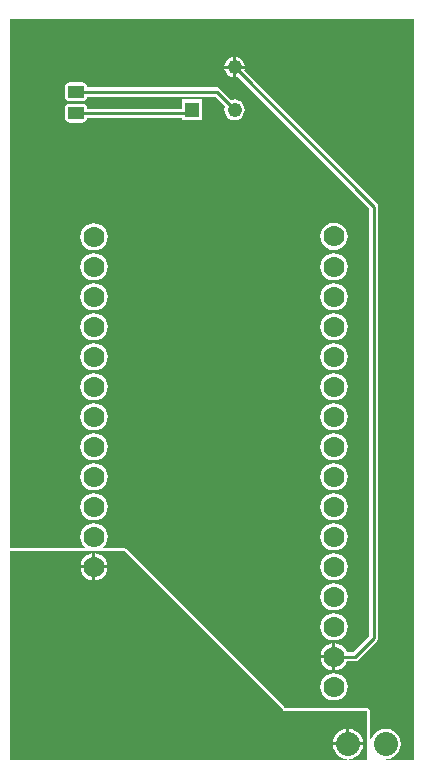
<source format=gtl>
G04*
G04 #@! TF.GenerationSoftware,Altium Limited,Altium Designer,19.1.8 (144)*
G04*
G04 Layer_Physical_Order=1*
G04 Layer_Color=255*
%FSLAX25Y25*%
%MOIN*%
G70*
G01*
G75*
%ADD10C,0.01000*%
G04:AMPARAMS|DCode=11|XSize=55mil|YSize=43mil|CornerRadius=7.96mil|HoleSize=0mil|Usage=FLASHONLY|Rotation=180.000|XOffset=0mil|YOffset=0mil|HoleType=Round|Shape=RoundedRectangle|*
%AMROUNDEDRECTD11*
21,1,0.05500,0.02709,0,0,180.0*
21,1,0.03909,0.04300,0,0,180.0*
1,1,0.01591,-0.01955,0.01355*
1,1,0.01591,0.01955,0.01355*
1,1,0.01591,0.01955,-0.01355*
1,1,0.01591,-0.01955,-0.01355*
%
%ADD11ROUNDEDRECTD11*%
%ADD17C,0.08000*%
%ADD18R,0.04795X0.04795*%
%ADD19C,0.04795*%
%ADD20C,0.07000*%
G36*
X234252Y100787D02*
X225074D01*
X225041Y101287D01*
X226108Y101428D01*
X227325Y101932D01*
X228369Y102733D01*
X229171Y103778D01*
X229675Y104994D01*
X229846Y106299D01*
X229675Y107605D01*
X229171Y108821D01*
X228369Y109865D01*
X227325Y110667D01*
X226108Y111170D01*
X224803Y111342D01*
X223498Y111170D01*
X222282Y110667D01*
X221237Y109865D01*
X220436Y108821D01*
X220023Y107826D01*
X219524Y107925D01*
Y117323D01*
X219446Y117713D01*
X219225Y118044D01*
X218894Y118265D01*
X218504Y118342D01*
X191367D01*
X138516Y171193D01*
X138186Y171414D01*
X137795Y171492D01*
X130695D01*
X130535Y171966D01*
X130769Y172145D01*
X131490Y173085D01*
X131943Y174180D01*
X132098Y175354D01*
X131943Y176529D01*
X131490Y177624D01*
X130769Y178564D01*
X129829Y179285D01*
X128734Y179738D01*
X127559Y179893D01*
X126384Y179738D01*
X125290Y179285D01*
X124350Y178564D01*
X123628Y177624D01*
X123175Y176529D01*
X123020Y175354D01*
X123175Y174180D01*
X123628Y173085D01*
X124350Y172145D01*
X124583Y171966D01*
X124423Y171492D01*
X99606D01*
Y348031D01*
X234252D01*
Y100787D01*
D02*
G37*
G36*
X190945Y117323D02*
X218504D01*
Y100787D01*
X212827D01*
X212455Y101096D01*
X212443Y101287D01*
X212454Y101289D01*
X213510Y101428D01*
X214726Y101932D01*
X215771Y102733D01*
X216572Y103778D01*
X217076Y104994D01*
X217182Y105799D01*
X212205D01*
X207227D01*
X207333Y104994D01*
X207837Y103778D01*
X208639Y102733D01*
X209683Y101932D01*
X210899Y101428D01*
X211955Y101289D01*
X211967Y101287D01*
X211954Y101096D01*
X211582Y100787D01*
X99606D01*
Y170472D01*
X137795D01*
X190945Y117323D01*
D02*
G37*
%LPC*%
G36*
X174909Y335251D02*
Y332390D01*
X177771D01*
X177720Y332777D01*
X177377Y333603D01*
X176833Y334313D01*
X176123Y334858D01*
X175296Y335200D01*
X174909Y335251D01*
D02*
G37*
G36*
X173909D02*
X173522Y335200D01*
X172696Y334858D01*
X171986Y334313D01*
X171442Y333603D01*
X171099Y332777D01*
X171048Y332390D01*
X173909D01*
Y335251D01*
D02*
G37*
G36*
Y331390D02*
X171048D01*
X171099Y331003D01*
X171442Y330176D01*
X171986Y329467D01*
X172696Y328922D01*
X173522Y328580D01*
X173909Y328529D01*
Y331390D01*
D02*
G37*
G36*
X163634Y321114D02*
X156839D01*
Y318058D01*
X125404D01*
X125299Y318584D01*
X124902Y319178D01*
X124309Y319575D01*
X123608Y319714D01*
X119699D01*
X118999Y319575D01*
X118404Y319178D01*
X118008Y318584D01*
X117868Y317883D01*
Y315174D01*
X118008Y314474D01*
X118404Y313880D01*
X118999Y313483D01*
X119699Y313344D01*
X123608D01*
X124309Y313483D01*
X124902Y313880D01*
X125299Y314474D01*
X125404Y314999D01*
X156839D01*
Y314319D01*
X163634D01*
Y321114D01*
D02*
G37*
G36*
X123608Y326814D02*
X119699D01*
X118999Y326675D01*
X118404Y326278D01*
X118008Y325684D01*
X117868Y324983D01*
Y322274D01*
X118008Y321574D01*
X118404Y320980D01*
X118999Y320583D01*
X119699Y320444D01*
X123608D01*
X124309Y320583D01*
X124902Y320980D01*
X125299Y321574D01*
X125404Y322099D01*
X167864D01*
X171176Y318788D01*
X171099Y318603D01*
X170983Y317717D01*
X171099Y316830D01*
X171442Y316003D01*
X171986Y315293D01*
X172696Y314749D01*
X173522Y314406D01*
X174409Y314290D01*
X175296Y314406D01*
X176123Y314749D01*
X176833Y315293D01*
X177377Y316003D01*
X177720Y316830D01*
X177836Y317717D01*
X177720Y318603D01*
X177377Y319430D01*
X176833Y320140D01*
X176123Y320684D01*
X175296Y321027D01*
X174409Y321144D01*
X173522Y321027D01*
X173338Y320951D01*
X169579Y324710D01*
X169082Y325042D01*
X168497Y325158D01*
X125404D01*
X125299Y325684D01*
X124902Y326278D01*
X124309Y326675D01*
X123608Y326814D01*
D02*
G37*
G36*
X207559Y279992D02*
X206384Y279837D01*
X205290Y279383D01*
X204350Y278662D01*
X203628Y277722D01*
X203175Y276627D01*
X203020Y275453D01*
X203175Y274278D01*
X203628Y273183D01*
X204350Y272243D01*
X205290Y271522D01*
X206384Y271069D01*
X207559Y270914D01*
X208734Y271069D01*
X209828Y271522D01*
X210769Y272243D01*
X211490Y273183D01*
X211943Y274278D01*
X212098Y275453D01*
X211943Y276627D01*
X211490Y277722D01*
X210769Y278662D01*
X209828Y279383D01*
X208734Y279837D01*
X207559Y279992D01*
D02*
G37*
G36*
X127559Y279893D02*
X126384Y279738D01*
X125290Y279285D01*
X124350Y278564D01*
X123628Y277624D01*
X123175Y276529D01*
X123020Y275354D01*
X123175Y274180D01*
X123628Y273085D01*
X124350Y272145D01*
X125290Y271424D01*
X126384Y270970D01*
X127559Y270815D01*
X128734Y270970D01*
X129829Y271424D01*
X130769Y272145D01*
X131490Y273085D01*
X131943Y274180D01*
X132098Y275354D01*
X131943Y276529D01*
X131490Y277624D01*
X130769Y278564D01*
X129829Y279285D01*
X128734Y279738D01*
X127559Y279893D01*
D02*
G37*
G36*
X207559Y269893D02*
X206384Y269739D01*
X205290Y269285D01*
X204350Y268564D01*
X203628Y267624D01*
X203175Y266529D01*
X203020Y265354D01*
X203175Y264180D01*
X203628Y263085D01*
X204350Y262145D01*
X205290Y261424D01*
X206384Y260970D01*
X207559Y260816D01*
X208734Y260970D01*
X209828Y261424D01*
X210769Y262145D01*
X211490Y263085D01*
X211943Y264180D01*
X212098Y265354D01*
X211943Y266529D01*
X211490Y267624D01*
X210769Y268564D01*
X209828Y269285D01*
X208734Y269739D01*
X207559Y269893D01*
D02*
G37*
G36*
X127559D02*
X126384Y269739D01*
X125290Y269285D01*
X124350Y268564D01*
X123628Y267624D01*
X123175Y266529D01*
X123020Y265354D01*
X123175Y264180D01*
X123628Y263085D01*
X124350Y262145D01*
X125290Y261424D01*
X126384Y260970D01*
X127559Y260816D01*
X128734Y260970D01*
X129829Y261424D01*
X130769Y262145D01*
X131490Y263085D01*
X131943Y264180D01*
X132098Y265354D01*
X131943Y266529D01*
X131490Y267624D01*
X130769Y268564D01*
X129829Y269285D01*
X128734Y269739D01*
X127559Y269893D01*
D02*
G37*
G36*
X207559Y259893D02*
X206384Y259738D01*
X205290Y259285D01*
X204350Y258564D01*
X203628Y257624D01*
X203175Y256529D01*
X203020Y255354D01*
X203175Y254180D01*
X203628Y253085D01*
X204350Y252145D01*
X205290Y251424D01*
X206384Y250970D01*
X207559Y250816D01*
X208734Y250970D01*
X209828Y251424D01*
X210769Y252145D01*
X211490Y253085D01*
X211943Y254180D01*
X212098Y255354D01*
X211943Y256529D01*
X211490Y257624D01*
X210769Y258564D01*
X209828Y259285D01*
X208734Y259738D01*
X207559Y259893D01*
D02*
G37*
G36*
X127559D02*
X126384Y259738D01*
X125290Y259285D01*
X124350Y258564D01*
X123628Y257624D01*
X123175Y256529D01*
X123020Y255354D01*
X123175Y254180D01*
X123628Y253085D01*
X124350Y252145D01*
X125290Y251424D01*
X126384Y250970D01*
X127559Y250816D01*
X128734Y250970D01*
X129829Y251424D01*
X130769Y252145D01*
X131490Y253085D01*
X131943Y254180D01*
X132098Y255354D01*
X131943Y256529D01*
X131490Y257624D01*
X130769Y258564D01*
X129829Y259285D01*
X128734Y259738D01*
X127559Y259893D01*
D02*
G37*
G36*
X207559Y249893D02*
X206384Y249739D01*
X205290Y249285D01*
X204350Y248564D01*
X203628Y247624D01*
X203175Y246529D01*
X203020Y245354D01*
X203175Y244180D01*
X203628Y243085D01*
X204350Y242145D01*
X205290Y241424D01*
X206384Y240970D01*
X207559Y240815D01*
X208734Y240970D01*
X209828Y241424D01*
X210769Y242145D01*
X211490Y243085D01*
X211943Y244180D01*
X212098Y245354D01*
X211943Y246529D01*
X211490Y247624D01*
X210769Y248564D01*
X209828Y249285D01*
X208734Y249739D01*
X207559Y249893D01*
D02*
G37*
G36*
X127559D02*
X126384Y249739D01*
X125290Y249285D01*
X124350Y248564D01*
X123628Y247624D01*
X123175Y246529D01*
X123020Y245354D01*
X123175Y244180D01*
X123628Y243085D01*
X124350Y242145D01*
X125290Y241424D01*
X126384Y240970D01*
X127559Y240815D01*
X128734Y240970D01*
X129829Y241424D01*
X130769Y242145D01*
X131490Y243085D01*
X131943Y244180D01*
X132098Y245354D01*
X131943Y246529D01*
X131490Y247624D01*
X130769Y248564D01*
X129829Y249285D01*
X128734Y249739D01*
X127559Y249893D01*
D02*
G37*
G36*
X207559Y239893D02*
X206384Y239738D01*
X205290Y239285D01*
X204350Y238564D01*
X203628Y237624D01*
X203175Y236529D01*
X203020Y235354D01*
X203175Y234180D01*
X203628Y233085D01*
X204350Y232145D01*
X205290Y231424D01*
X206384Y230970D01*
X207559Y230816D01*
X208734Y230970D01*
X209828Y231424D01*
X210769Y232145D01*
X211490Y233085D01*
X211943Y234180D01*
X212098Y235354D01*
X211943Y236529D01*
X211490Y237624D01*
X210769Y238564D01*
X209828Y239285D01*
X208734Y239738D01*
X207559Y239893D01*
D02*
G37*
G36*
X127559D02*
X126384Y239738D01*
X125290Y239285D01*
X124350Y238564D01*
X123628Y237624D01*
X123175Y236529D01*
X123020Y235354D01*
X123175Y234180D01*
X123628Y233085D01*
X124350Y232145D01*
X125290Y231424D01*
X126384Y230970D01*
X127559Y230816D01*
X128734Y230970D01*
X129829Y231424D01*
X130769Y232145D01*
X131490Y233085D01*
X131943Y234180D01*
X132098Y235354D01*
X131943Y236529D01*
X131490Y237624D01*
X130769Y238564D01*
X129829Y239285D01*
X128734Y239738D01*
X127559Y239893D01*
D02*
G37*
G36*
X207559Y229893D02*
X206384Y229738D01*
X205290Y229285D01*
X204350Y228564D01*
X203628Y227624D01*
X203175Y226529D01*
X203020Y225354D01*
X203175Y224180D01*
X203628Y223085D01*
X204350Y222145D01*
X205290Y221424D01*
X206384Y220970D01*
X207559Y220815D01*
X208734Y220970D01*
X209828Y221424D01*
X210769Y222145D01*
X211490Y223085D01*
X211943Y224180D01*
X212098Y225354D01*
X211943Y226529D01*
X211490Y227624D01*
X210769Y228564D01*
X209828Y229285D01*
X208734Y229738D01*
X207559Y229893D01*
D02*
G37*
G36*
X127559D02*
X126384Y229738D01*
X125290Y229285D01*
X124350Y228564D01*
X123628Y227624D01*
X123175Y226529D01*
X123020Y225354D01*
X123175Y224180D01*
X123628Y223085D01*
X124350Y222145D01*
X125290Y221424D01*
X126384Y220970D01*
X127559Y220815D01*
X128734Y220970D01*
X129829Y221424D01*
X130769Y222145D01*
X131490Y223085D01*
X131943Y224180D01*
X132098Y225354D01*
X131943Y226529D01*
X131490Y227624D01*
X130769Y228564D01*
X129829Y229285D01*
X128734Y229738D01*
X127559Y229893D01*
D02*
G37*
G36*
X207559Y219893D02*
X206384Y219739D01*
X205290Y219285D01*
X204350Y218564D01*
X203628Y217624D01*
X203175Y216529D01*
X203020Y215354D01*
X203175Y214180D01*
X203628Y213085D01*
X204350Y212145D01*
X205290Y211424D01*
X206384Y210970D01*
X207559Y210816D01*
X208734Y210970D01*
X209828Y211424D01*
X210769Y212145D01*
X211490Y213085D01*
X211943Y214180D01*
X212098Y215354D01*
X211943Y216529D01*
X211490Y217624D01*
X210769Y218564D01*
X209828Y219285D01*
X208734Y219739D01*
X207559Y219893D01*
D02*
G37*
G36*
X127559D02*
X126384Y219739D01*
X125290Y219285D01*
X124350Y218564D01*
X123628Y217624D01*
X123175Y216529D01*
X123020Y215354D01*
X123175Y214180D01*
X123628Y213085D01*
X124350Y212145D01*
X125290Y211424D01*
X126384Y210970D01*
X127559Y210816D01*
X128734Y210970D01*
X129829Y211424D01*
X130769Y212145D01*
X131490Y213085D01*
X131943Y214180D01*
X132098Y215354D01*
X131943Y216529D01*
X131490Y217624D01*
X130769Y218564D01*
X129829Y219285D01*
X128734Y219739D01*
X127559Y219893D01*
D02*
G37*
G36*
X207559Y209893D02*
X206384Y209738D01*
X205290Y209285D01*
X204350Y208564D01*
X203628Y207624D01*
X203175Y206529D01*
X203020Y205354D01*
X203175Y204180D01*
X203628Y203085D01*
X204350Y202145D01*
X205290Y201424D01*
X206384Y200970D01*
X207559Y200816D01*
X208734Y200970D01*
X209828Y201424D01*
X210769Y202145D01*
X211490Y203085D01*
X211943Y204180D01*
X212098Y205354D01*
X211943Y206529D01*
X211490Y207624D01*
X210769Y208564D01*
X209828Y209285D01*
X208734Y209738D01*
X207559Y209893D01*
D02*
G37*
G36*
X127559D02*
X126384Y209738D01*
X125290Y209285D01*
X124350Y208564D01*
X123628Y207624D01*
X123175Y206529D01*
X123020Y205354D01*
X123175Y204180D01*
X123628Y203085D01*
X124350Y202145D01*
X125290Y201424D01*
X126384Y200970D01*
X127559Y200816D01*
X128734Y200970D01*
X129829Y201424D01*
X130769Y202145D01*
X131490Y203085D01*
X131943Y204180D01*
X132098Y205354D01*
X131943Y206529D01*
X131490Y207624D01*
X130769Y208564D01*
X129829Y209285D01*
X128734Y209738D01*
X127559Y209893D01*
D02*
G37*
G36*
X207559Y199893D02*
X206384Y199739D01*
X205290Y199285D01*
X204350Y198564D01*
X203628Y197624D01*
X203175Y196529D01*
X203020Y195354D01*
X203175Y194180D01*
X203628Y193085D01*
X204350Y192145D01*
X205290Y191424D01*
X206384Y190970D01*
X207559Y190815D01*
X208734Y190970D01*
X209828Y191424D01*
X210769Y192145D01*
X211490Y193085D01*
X211943Y194180D01*
X212098Y195354D01*
X211943Y196529D01*
X211490Y197624D01*
X210769Y198564D01*
X209828Y199285D01*
X208734Y199739D01*
X207559Y199893D01*
D02*
G37*
G36*
X127559D02*
X126384Y199739D01*
X125290Y199285D01*
X124350Y198564D01*
X123628Y197624D01*
X123175Y196529D01*
X123020Y195354D01*
X123175Y194180D01*
X123628Y193085D01*
X124350Y192145D01*
X125290Y191424D01*
X126384Y190970D01*
X127559Y190815D01*
X128734Y190970D01*
X129829Y191424D01*
X130769Y192145D01*
X131490Y193085D01*
X131943Y194180D01*
X132098Y195354D01*
X131943Y196529D01*
X131490Y197624D01*
X130769Y198564D01*
X129829Y199285D01*
X128734Y199739D01*
X127559Y199893D01*
D02*
G37*
G36*
X207559Y189893D02*
X206384Y189739D01*
X205290Y189285D01*
X204350Y188564D01*
X203628Y187624D01*
X203175Y186529D01*
X203020Y185354D01*
X203175Y184180D01*
X203628Y183085D01*
X204350Y182145D01*
X205290Y181424D01*
X206384Y180970D01*
X207559Y180815D01*
X208734Y180970D01*
X209828Y181424D01*
X210769Y182145D01*
X211490Y183085D01*
X211943Y184180D01*
X212098Y185354D01*
X211943Y186529D01*
X211490Y187624D01*
X210769Y188564D01*
X209828Y189285D01*
X208734Y189739D01*
X207559Y189893D01*
D02*
G37*
G36*
X127559D02*
X126384Y189739D01*
X125290Y189285D01*
X124350Y188564D01*
X123628Y187624D01*
X123175Y186529D01*
X123020Y185354D01*
X123175Y184180D01*
X123628Y183085D01*
X124350Y182145D01*
X125290Y181424D01*
X126384Y180970D01*
X127559Y180815D01*
X128734Y180970D01*
X129829Y181424D01*
X130769Y182145D01*
X131490Y183085D01*
X131943Y184180D01*
X132098Y185354D01*
X131943Y186529D01*
X131490Y187624D01*
X130769Y188564D01*
X129829Y189285D01*
X128734Y189739D01*
X127559Y189893D01*
D02*
G37*
G36*
X207559Y179893D02*
X206384Y179738D01*
X205290Y179285D01*
X204350Y178564D01*
X203628Y177624D01*
X203175Y176529D01*
X203020Y175354D01*
X203175Y174180D01*
X203628Y173085D01*
X204350Y172145D01*
X205290Y171424D01*
X206384Y170970D01*
X207559Y170816D01*
X208734Y170970D01*
X209828Y171424D01*
X210769Y172145D01*
X211490Y173085D01*
X211943Y174180D01*
X212098Y175354D01*
X211943Y176529D01*
X211490Y177624D01*
X210769Y178564D01*
X209828Y179285D01*
X208734Y179738D01*
X207559Y179893D01*
D02*
G37*
G36*
Y169893D02*
X206384Y169738D01*
X205290Y169285D01*
X204350Y168564D01*
X203628Y167624D01*
X203175Y166529D01*
X203020Y165354D01*
X203175Y164180D01*
X203628Y163085D01*
X204350Y162145D01*
X205290Y161424D01*
X206384Y160970D01*
X207559Y160816D01*
X208734Y160970D01*
X209828Y161424D01*
X210769Y162145D01*
X211490Y163085D01*
X211943Y164180D01*
X212098Y165354D01*
X211943Y166529D01*
X211490Y167624D01*
X210769Y168564D01*
X209828Y169285D01*
X208734Y169738D01*
X207559Y169893D01*
D02*
G37*
G36*
Y159893D02*
X206384Y159739D01*
X205290Y159285D01*
X204350Y158564D01*
X203628Y157624D01*
X203175Y156529D01*
X203020Y155354D01*
X203175Y154180D01*
X203628Y153085D01*
X204350Y152145D01*
X205290Y151424D01*
X206384Y150970D01*
X207559Y150815D01*
X208734Y150970D01*
X209828Y151424D01*
X210769Y152145D01*
X211490Y153085D01*
X211943Y154180D01*
X212098Y155354D01*
X211943Y156529D01*
X211490Y157624D01*
X210769Y158564D01*
X209828Y159285D01*
X208734Y159739D01*
X207559Y159893D01*
D02*
G37*
G36*
Y149893D02*
X206384Y149739D01*
X205290Y149285D01*
X204350Y148564D01*
X203628Y147624D01*
X203175Y146529D01*
X203020Y145354D01*
X203175Y144180D01*
X203628Y143085D01*
X204350Y142145D01*
X205290Y141424D01*
X206384Y140970D01*
X207559Y140815D01*
X208734Y140970D01*
X209828Y141424D01*
X210769Y142145D01*
X211490Y143085D01*
X211943Y144180D01*
X212098Y145354D01*
X211943Y146529D01*
X211490Y147624D01*
X210769Y148564D01*
X209828Y149285D01*
X208734Y149739D01*
X207559Y149893D01*
D02*
G37*
G36*
X177771Y331390D02*
X174909D01*
Y328529D01*
X175296Y328580D01*
X175480Y328656D01*
X219337Y284800D01*
Y142366D01*
X213855Y136884D01*
X211796D01*
X211490Y137624D01*
X210769Y138564D01*
X209828Y139285D01*
X208734Y139739D01*
X208059Y139827D01*
Y135354D01*
Y130881D01*
X208734Y130970D01*
X209828Y131424D01*
X210769Y132145D01*
X211490Y133085D01*
X211796Y133825D01*
X214488D01*
X215073Y133941D01*
X215570Y134273D01*
X221948Y140651D01*
X222279Y141147D01*
X222395Y141732D01*
Y285433D01*
X222279Y286018D01*
X221948Y286514D01*
X177643Y330819D01*
X177720Y331003D01*
X177771Y331390D01*
D02*
G37*
G36*
X207059Y139827D02*
X206384Y139739D01*
X205290Y139285D01*
X204350Y138564D01*
X203628Y137624D01*
X203175Y136529D01*
X203086Y135854D01*
X207059D01*
Y139827D01*
D02*
G37*
G36*
Y134854D02*
X203086D01*
X203175Y134180D01*
X203628Y133085D01*
X204350Y132145D01*
X205290Y131424D01*
X206384Y130970D01*
X207059Y130881D01*
Y134854D01*
D02*
G37*
G36*
X207559Y129893D02*
X206384Y129738D01*
X205290Y129285D01*
X204350Y128564D01*
X203628Y127624D01*
X203175Y126529D01*
X203020Y125354D01*
X203175Y124180D01*
X203628Y123085D01*
X204350Y122145D01*
X205290Y121424D01*
X206384Y120970D01*
X207559Y120816D01*
X208734Y120970D01*
X209828Y121424D01*
X210769Y122145D01*
X211490Y123085D01*
X211943Y124180D01*
X212098Y125354D01*
X211943Y126529D01*
X211490Y127624D01*
X210769Y128564D01*
X209828Y129285D01*
X208734Y129738D01*
X207559Y129893D01*
D02*
G37*
G36*
X128059Y169827D02*
Y165854D01*
X132032D01*
X131943Y166529D01*
X131490Y167624D01*
X130769Y168564D01*
X129829Y169285D01*
X128734Y169738D01*
X128059Y169827D01*
D02*
G37*
G36*
X127059D02*
X126384Y169738D01*
X125290Y169285D01*
X124350Y168564D01*
X123628Y167624D01*
X123175Y166529D01*
X123086Y165854D01*
X127059D01*
Y169827D01*
D02*
G37*
G36*
X132032Y164854D02*
X128059D01*
Y160881D01*
X128734Y160970D01*
X129829Y161424D01*
X130769Y162145D01*
X131490Y163085D01*
X131943Y164180D01*
X132032Y164854D01*
D02*
G37*
G36*
X127059D02*
X123086D01*
X123175Y164180D01*
X123628Y163085D01*
X124350Y162145D01*
X125290Y161424D01*
X126384Y160970D01*
X127059Y160881D01*
Y164854D01*
D02*
G37*
G36*
X212705Y111276D02*
Y106799D01*
X217182D01*
X217076Y107605D01*
X216572Y108821D01*
X215771Y109865D01*
X214726Y110667D01*
X213510Y111170D01*
X212705Y111276D01*
D02*
G37*
G36*
X211705D02*
X210899Y111170D01*
X209683Y110667D01*
X208639Y109865D01*
X207837Y108821D01*
X207333Y107605D01*
X207227Y106799D01*
X211705D01*
Y111276D01*
D02*
G37*
%LPD*%
D10*
X207559Y135354D02*
X214488D01*
X220866Y141732D01*
Y285433D01*
X174409Y331890D02*
X220866Y285433D01*
X121653Y316529D02*
X159048D01*
X160236Y317717D01*
X168497Y323629D02*
X174409Y317717D01*
X121653Y323629D02*
X168497D01*
D11*
X121653Y316529D02*
D03*
Y323629D02*
D03*
D17*
X212205Y106299D02*
D03*
X224803D02*
D03*
D18*
X160236Y317717D02*
D03*
D19*
X174409D02*
D03*
Y331890D02*
D03*
D20*
X127559Y275354D02*
D03*
Y265354D02*
D03*
Y255354D02*
D03*
Y245354D02*
D03*
Y235354D02*
D03*
Y225354D02*
D03*
Y215354D02*
D03*
Y205354D02*
D03*
Y195354D02*
D03*
Y185354D02*
D03*
Y175354D02*
D03*
Y165354D02*
D03*
X207559Y125354D02*
D03*
Y135354D02*
D03*
Y145354D02*
D03*
Y155354D02*
D03*
Y165354D02*
D03*
Y175354D02*
D03*
Y185354D02*
D03*
Y195354D02*
D03*
Y205354D02*
D03*
Y215354D02*
D03*
Y225354D02*
D03*
Y235354D02*
D03*
Y245354D02*
D03*
Y255354D02*
D03*
Y265354D02*
D03*
Y275453D02*
D03*
M02*

</source>
